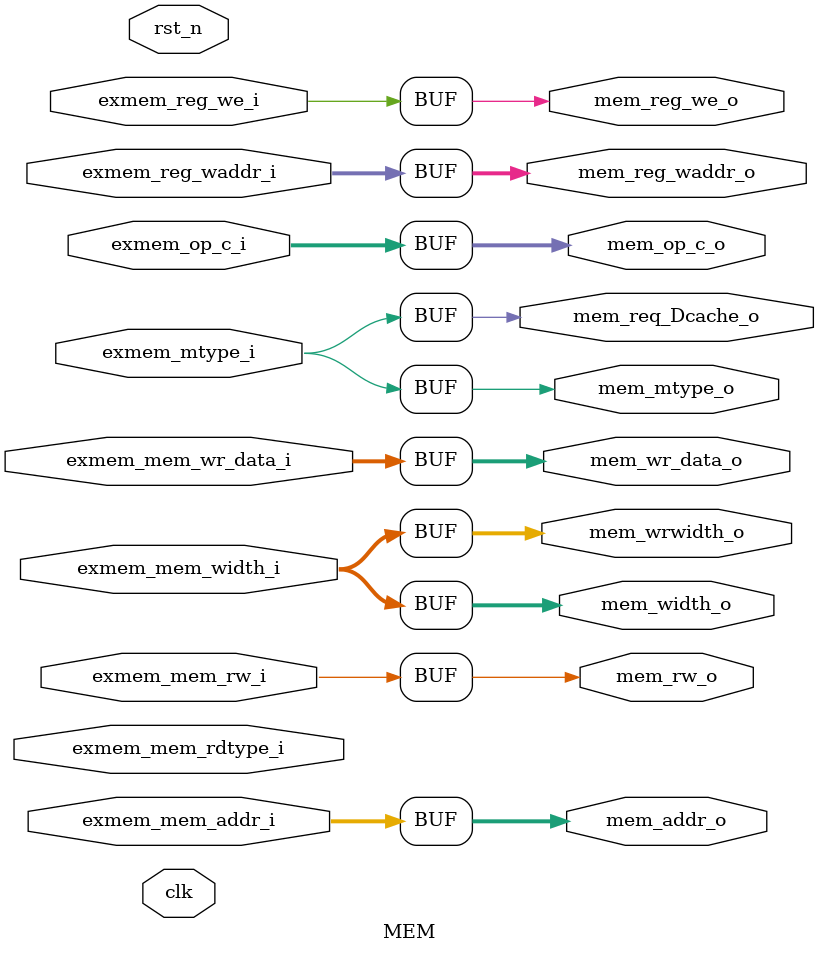
<source format=v>
module MEM (
    input   wire                    clk,
    input   wire                    rst_n,
    //from ex_mem_reg
    input   wire            [31:0]  exmem_op_c_i,
    input   wire            [4:0]   exmem_reg_waddr_i,
    input   wire                    exmem_reg_we_i,

    input   wire                    exmem_mtype_i,          
    input   wire                    exmem_mem_rw_i,        
    input   wire            [1:0]   exmem_mem_width_i,      
    input   wire            [31:0]  exmem_mem_wr_data_i, 
    input   wire                    exmem_mem_rdtype_i,    
    input   wire            [31:0]  exmem_mem_addr_i,
    //to mem_wb_reg
    output  wire            [31:0]  mem_op_c_o,
    output  wire            [4:0]   mem_reg_waddr_o,
    output  wire                    mem_reg_we_o,

    output  wire                    mem_mtype_o,
    output  wire            [1:0]   mem_width_o,
    //to Dcache
    output  wire                    mem_rw_o,
    output  wire                    mem_req_Dcache_o,

    output  wire            [31:0]  mem_addr_o,
    output  wire            [1:0]   mem_wrwidth_o,
    output  wire            [31:0]  mem_wr_data_o
);


    assign mem_mtype_o = exmem_mtype_i;
    assign mem_width_o = exmem_mem_width_i;

    assign mem_req_Dcache_o = exmem_mtype_i;
    assign mem_rw_o = exmem_mem_rw_i;
    assign mem_addr_o = exmem_mem_addr_i;
    assign mem_wrwidth_o = exmem_mem_width_i;
    assign mem_wr_data_o = exmem_mem_wr_data_i;

    
    assign mem_op_c_o = exmem_op_c_i;
    assign mem_reg_waddr_o = exmem_reg_waddr_i;
    assign mem_reg_we_o = exmem_reg_we_i;


endmodule
</source>
